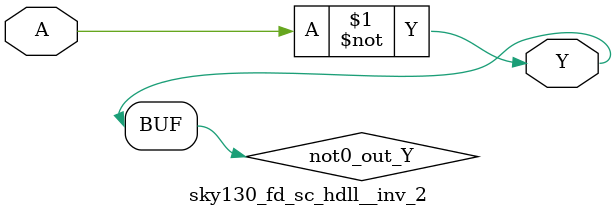
<source format=v>
/*
 * Copyright 2020 The SkyWater PDK Authors
 *
 * Licensed under the Apache License, Version 2.0 (the "License");
 * you may not use this file except in compliance with the License.
 * You may obtain a copy of the License at
 *
 *     https://www.apache.org/licenses/LICENSE-2.0
 *
 * Unless required by applicable law or agreed to in writing, software
 * distributed under the License is distributed on an "AS IS" BASIS,
 * WITHOUT WARRANTIES OR CONDITIONS OF ANY KIND, either express or implied.
 * See the License for the specific language governing permissions and
 * limitations under the License.
 *
 * SPDX-License-Identifier: Apache-2.0
*/


`ifndef SKY130_FD_SC_HDLL__INV_2_FUNCTIONAL_V
`define SKY130_FD_SC_HDLL__INV_2_FUNCTIONAL_V

/**
 * inv: Inverter.
 *
 * Verilog simulation functional model.
 */

`timescale 1ns / 1ps
`default_nettype none

`celldefine
module sky130_fd_sc_hdll__inv_2 (
    Y,
    A
);

    // Module ports
    output Y;
    input  A;

    // Local signals
    wire not0_out_Y;

    //  Name  Output      Other arguments
    not not0 (not0_out_Y, A              );
    buf buf0 (Y         , not0_out_Y     );

endmodule
`endcelldefine

`default_nettype wire
`endif  // SKY130_FD_SC_HDLL__INV_2_FUNCTIONAL_V

</source>
